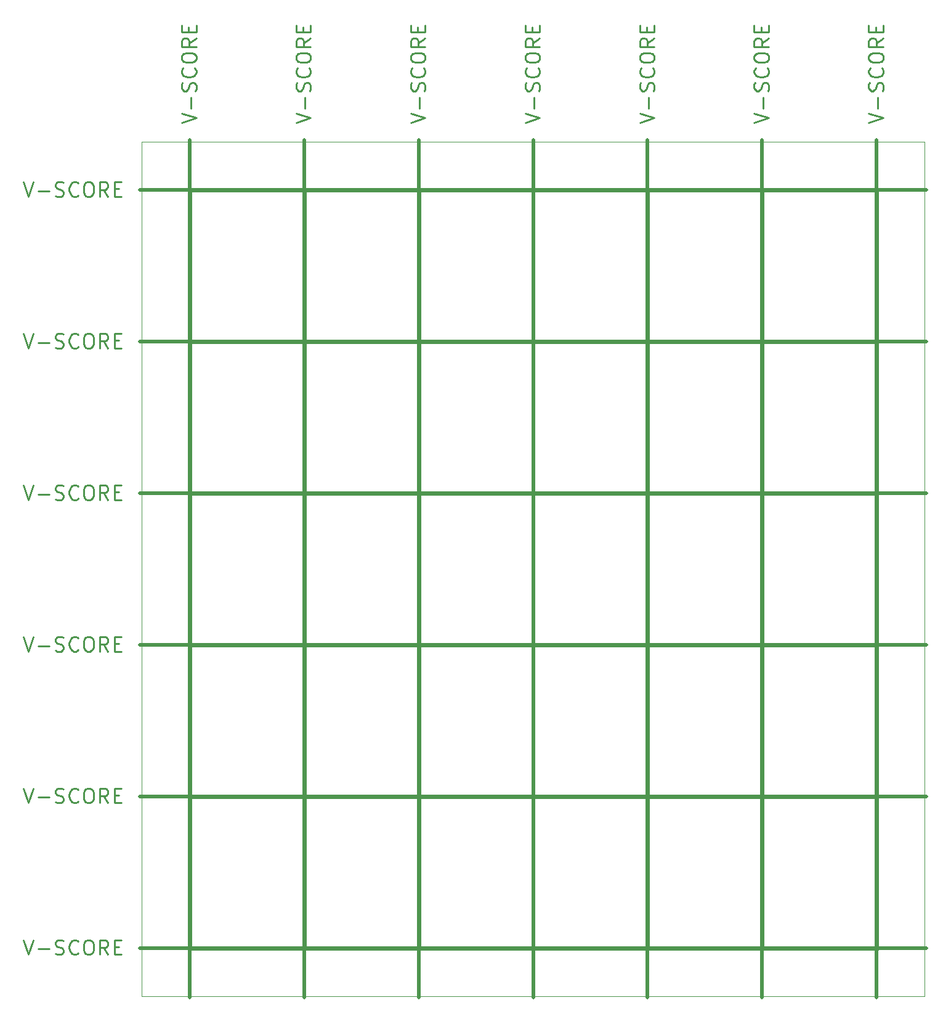
<source format=gko>
%TF.GenerationSoftware,KiCad,Pcbnew,7.0.10*%
%TF.CreationDate,2024-02-23T15:38:17-07:00*%
%TF.ProjectId,SparkFun_Stepper_Motor_Breakout_TC78H670FTG_panelized,53706172-6b46-4756-9e5f-537465707065,rev?*%
%TF.SameCoordinates,Original*%
%TF.FileFunction,Soldermask,Bot*%
%TF.FilePolarity,Negative*%
%FSLAX46Y46*%
G04 Gerber Fmt 4.6, Leading zero omitted, Abs format (unit mm)*
G04 Created by KiCad (PCBNEW 7.0.10) date 2024-02-23 15:38:17*
%MOMM*%
%LPD*%
G01*
G04 APERTURE LIST*
%TA.AperFunction,Profile*%
%ADD10C,0.100000*%
%TD*%
%ADD11C,0.500000*%
%ADD12C,0.250000*%
G04 APERTURE END LIST*
D10*
X197580000Y-10700000D02*
X212820000Y-10700000D01*
X212820000Y-31020000D01*
X197580000Y-31020000D01*
X197580000Y-10700000D01*
X197580000Y-73160000D02*
X212820000Y-73160000D01*
X212820000Y-93480000D01*
X197580000Y-93480000D01*
X197580000Y-73160000D01*
X150360000Y-52340000D02*
X165600000Y-52340000D01*
X165600000Y-72660000D01*
X150360000Y-72660000D01*
X150360000Y-52340000D01*
X181840000Y-93980000D02*
X197080000Y-93980000D01*
X197080000Y-114300000D01*
X181840000Y-114300000D01*
X181840000Y-93980000D01*
X197580000Y-52340000D02*
X212820000Y-52340000D01*
X212820000Y-72660000D01*
X197580000Y-72660000D01*
X197580000Y-52340000D01*
X127770000Y-121150000D02*
X127770000Y-3850000D01*
X134620000Y-31520000D02*
X149860000Y-31520000D01*
X149860000Y-51840000D01*
X134620000Y-51840000D01*
X134620000Y-31520000D01*
X134620000Y-73160000D02*
X149860000Y-73160000D01*
X149860000Y-93480000D01*
X134620000Y-93480000D01*
X134620000Y-73160000D01*
X197580000Y-31520000D02*
X212820000Y-31520000D01*
X212820000Y-51840000D01*
X197580000Y-51840000D01*
X197580000Y-31520000D01*
X166100000Y-10700000D02*
X181340000Y-10700000D01*
X181340000Y-31020000D01*
X166100000Y-31020000D01*
X166100000Y-10700000D01*
X213320000Y-10700000D02*
X228560000Y-10700000D01*
X228560000Y-31020000D01*
X213320000Y-31020000D01*
X213320000Y-10700000D01*
X166100000Y-93980000D02*
X181340000Y-93980000D01*
X181340000Y-114300000D01*
X166100000Y-114300000D01*
X166100000Y-93980000D01*
X213320000Y-93980000D02*
X228560000Y-93980000D01*
X228560000Y-114300000D01*
X213320000Y-114300000D01*
X213320000Y-93980000D01*
X127770000Y-3850000D02*
X235410000Y-3850000D01*
X134620000Y-52340000D02*
X149860000Y-52340000D01*
X149860000Y-72660000D01*
X134620000Y-72660000D01*
X134620000Y-52340000D01*
X181840000Y-73160000D02*
X197080000Y-73160000D01*
X197080000Y-93480000D01*
X181840000Y-93480000D01*
X181840000Y-73160000D01*
X235410000Y-3850000D02*
X235410000Y-121150000D01*
X134620000Y-93980000D02*
X149860000Y-93980000D01*
X149860000Y-114300000D01*
X134620000Y-114300000D01*
X134620000Y-93980000D01*
X166100000Y-73160000D02*
X181340000Y-73160000D01*
X181340000Y-93480000D01*
X166100000Y-93480000D01*
X166100000Y-73160000D01*
X134120000Y-114800000D02*
X134120000Y-10200000D01*
X166100000Y-52340000D02*
X181340000Y-52340000D01*
X181340000Y-72660000D01*
X166100000Y-72660000D01*
X166100000Y-52340000D01*
X181840000Y-31520000D02*
X197080000Y-31520000D01*
X197080000Y-51840000D01*
X181840000Y-51840000D01*
X181840000Y-31520000D01*
X229060000Y-10200000D02*
X229060000Y-114800000D01*
X181840000Y-52340000D02*
X197080000Y-52340000D01*
X197080000Y-72660000D01*
X181840000Y-72660000D01*
X181840000Y-52340000D01*
X181840000Y-10700000D02*
X197080000Y-10700000D01*
X197080000Y-31020000D01*
X181840000Y-31020000D01*
X181840000Y-10700000D01*
X213320000Y-31520000D02*
X228560000Y-31520000D01*
X228560000Y-51840000D01*
X213320000Y-51840000D01*
X213320000Y-31520000D01*
X150360000Y-93980000D02*
X165600000Y-93980000D01*
X165600000Y-114300000D01*
X150360000Y-114300000D01*
X150360000Y-93980000D01*
X197580000Y-93980000D02*
X212820000Y-93980000D01*
X212820000Y-114300000D01*
X197580000Y-114300000D01*
X197580000Y-93980000D01*
X134120000Y-10200000D02*
X229060000Y-10200000D01*
X150360000Y-10700000D02*
X165600000Y-10700000D01*
X165600000Y-31020000D01*
X150360000Y-31020000D01*
X150360000Y-10700000D01*
X213320000Y-52340000D02*
X228560000Y-52340000D01*
X228560000Y-72660000D01*
X213320000Y-72660000D01*
X213320000Y-52340000D01*
X150360000Y-31520000D02*
X165600000Y-31520000D01*
X165600000Y-51840000D01*
X150360000Y-51840000D01*
X150360000Y-31520000D01*
X166100000Y-31520000D02*
X181340000Y-31520000D01*
X181340000Y-51840000D01*
X166100000Y-51840000D01*
X166100000Y-31520000D01*
X229060000Y-114800000D02*
X134120000Y-114800000D01*
X213320000Y-73160000D02*
X228560000Y-73160000D01*
X228560000Y-93480000D01*
X213320000Y-93480000D01*
X213320000Y-73160000D01*
X134620000Y-10700000D02*
X149860000Y-10700000D01*
X149860000Y-31020000D01*
X134620000Y-31020000D01*
X134620000Y-10700000D01*
X150360000Y-73160000D02*
X165600000Y-73160000D01*
X165600000Y-93480000D01*
X150360000Y-93480000D01*
X150360000Y-73160000D01*
X235410000Y-121150000D02*
X127770000Y-121150000D01*
D11*
X127520000Y-114550000D02*
X235660000Y-114550000D01*
X165850000Y-3600000D02*
X165850000Y-121400000D01*
X228810000Y-3600000D02*
X228810000Y-121400000D01*
X127520000Y-93730000D02*
X235660000Y-93730000D01*
X197330000Y-3600000D02*
X197330000Y-121400000D01*
X127520000Y-31270000D02*
X235660000Y-31270000D01*
X213070000Y-3600000D02*
X213070000Y-121400000D01*
X150110000Y-3600000D02*
X150110000Y-121400000D01*
X127520000Y-72910000D02*
X235660000Y-72910000D01*
X127520000Y-52090000D02*
X235660000Y-52090000D01*
X181590000Y-3600000D02*
X181590000Y-121400000D01*
X134370000Y-3600000D02*
X134370000Y-121400000D01*
X127520000Y-10450000D02*
X235660000Y-10450000D01*
D12*
X111546003Y-113462238D02*
X112212669Y-115462238D01*
X112212669Y-115462238D02*
X112879336Y-113462238D01*
X113546003Y-114700333D02*
X115069813Y-114700333D01*
X115926955Y-115367000D02*
X116212669Y-115462238D01*
X116212669Y-115462238D02*
X116688860Y-115462238D01*
X116688860Y-115462238D02*
X116879336Y-115367000D01*
X116879336Y-115367000D02*
X116974574Y-115271761D01*
X116974574Y-115271761D02*
X117069812Y-115081285D01*
X117069812Y-115081285D02*
X117069812Y-114890809D01*
X117069812Y-114890809D02*
X116974574Y-114700333D01*
X116974574Y-114700333D02*
X116879336Y-114605095D01*
X116879336Y-114605095D02*
X116688860Y-114509857D01*
X116688860Y-114509857D02*
X116307907Y-114414619D01*
X116307907Y-114414619D02*
X116117431Y-114319380D01*
X116117431Y-114319380D02*
X116022193Y-114224142D01*
X116022193Y-114224142D02*
X115926955Y-114033666D01*
X115926955Y-114033666D02*
X115926955Y-113843190D01*
X115926955Y-113843190D02*
X116022193Y-113652714D01*
X116022193Y-113652714D02*
X116117431Y-113557476D01*
X116117431Y-113557476D02*
X116307907Y-113462238D01*
X116307907Y-113462238D02*
X116784098Y-113462238D01*
X116784098Y-113462238D02*
X117069812Y-113557476D01*
X119069812Y-115271761D02*
X118974574Y-115367000D01*
X118974574Y-115367000D02*
X118688860Y-115462238D01*
X118688860Y-115462238D02*
X118498384Y-115462238D01*
X118498384Y-115462238D02*
X118212669Y-115367000D01*
X118212669Y-115367000D02*
X118022193Y-115176523D01*
X118022193Y-115176523D02*
X117926955Y-114986047D01*
X117926955Y-114986047D02*
X117831717Y-114605095D01*
X117831717Y-114605095D02*
X117831717Y-114319380D01*
X117831717Y-114319380D02*
X117926955Y-113938428D01*
X117926955Y-113938428D02*
X118022193Y-113747952D01*
X118022193Y-113747952D02*
X118212669Y-113557476D01*
X118212669Y-113557476D02*
X118498384Y-113462238D01*
X118498384Y-113462238D02*
X118688860Y-113462238D01*
X118688860Y-113462238D02*
X118974574Y-113557476D01*
X118974574Y-113557476D02*
X119069812Y-113652714D01*
X120307907Y-113462238D02*
X120688860Y-113462238D01*
X120688860Y-113462238D02*
X120879336Y-113557476D01*
X120879336Y-113557476D02*
X121069812Y-113747952D01*
X121069812Y-113747952D02*
X121165050Y-114128904D01*
X121165050Y-114128904D02*
X121165050Y-114795571D01*
X121165050Y-114795571D02*
X121069812Y-115176523D01*
X121069812Y-115176523D02*
X120879336Y-115367000D01*
X120879336Y-115367000D02*
X120688860Y-115462238D01*
X120688860Y-115462238D02*
X120307907Y-115462238D01*
X120307907Y-115462238D02*
X120117431Y-115367000D01*
X120117431Y-115367000D02*
X119926955Y-115176523D01*
X119926955Y-115176523D02*
X119831717Y-114795571D01*
X119831717Y-114795571D02*
X119831717Y-114128904D01*
X119831717Y-114128904D02*
X119926955Y-113747952D01*
X119926955Y-113747952D02*
X120117431Y-113557476D01*
X120117431Y-113557476D02*
X120307907Y-113462238D01*
X123165050Y-115462238D02*
X122498383Y-114509857D01*
X122022193Y-115462238D02*
X122022193Y-113462238D01*
X122022193Y-113462238D02*
X122784098Y-113462238D01*
X122784098Y-113462238D02*
X122974574Y-113557476D01*
X122974574Y-113557476D02*
X123069812Y-113652714D01*
X123069812Y-113652714D02*
X123165050Y-113843190D01*
X123165050Y-113843190D02*
X123165050Y-114128904D01*
X123165050Y-114128904D02*
X123069812Y-114319380D01*
X123069812Y-114319380D02*
X122974574Y-114414619D01*
X122974574Y-114414619D02*
X122784098Y-114509857D01*
X122784098Y-114509857D02*
X122022193Y-114509857D01*
X124022193Y-114414619D02*
X124688860Y-114414619D01*
X124974574Y-115462238D02*
X124022193Y-115462238D01*
X124022193Y-115462238D02*
X124022193Y-113462238D01*
X124022193Y-113462238D02*
X124974574Y-113462238D01*
X111546003Y-9362238D02*
X112212669Y-11362238D01*
X112212669Y-11362238D02*
X112879336Y-9362238D01*
X113546003Y-10600333D02*
X115069813Y-10600333D01*
X115926955Y-11267000D02*
X116212669Y-11362238D01*
X116212669Y-11362238D02*
X116688860Y-11362238D01*
X116688860Y-11362238D02*
X116879336Y-11267000D01*
X116879336Y-11267000D02*
X116974574Y-11171761D01*
X116974574Y-11171761D02*
X117069812Y-10981285D01*
X117069812Y-10981285D02*
X117069812Y-10790809D01*
X117069812Y-10790809D02*
X116974574Y-10600333D01*
X116974574Y-10600333D02*
X116879336Y-10505095D01*
X116879336Y-10505095D02*
X116688860Y-10409857D01*
X116688860Y-10409857D02*
X116307907Y-10314619D01*
X116307907Y-10314619D02*
X116117431Y-10219380D01*
X116117431Y-10219380D02*
X116022193Y-10124142D01*
X116022193Y-10124142D02*
X115926955Y-9933666D01*
X115926955Y-9933666D02*
X115926955Y-9743190D01*
X115926955Y-9743190D02*
X116022193Y-9552714D01*
X116022193Y-9552714D02*
X116117431Y-9457476D01*
X116117431Y-9457476D02*
X116307907Y-9362238D01*
X116307907Y-9362238D02*
X116784098Y-9362238D01*
X116784098Y-9362238D02*
X117069812Y-9457476D01*
X119069812Y-11171761D02*
X118974574Y-11267000D01*
X118974574Y-11267000D02*
X118688860Y-11362238D01*
X118688860Y-11362238D02*
X118498384Y-11362238D01*
X118498384Y-11362238D02*
X118212669Y-11267000D01*
X118212669Y-11267000D02*
X118022193Y-11076523D01*
X118022193Y-11076523D02*
X117926955Y-10886047D01*
X117926955Y-10886047D02*
X117831717Y-10505095D01*
X117831717Y-10505095D02*
X117831717Y-10219380D01*
X117831717Y-10219380D02*
X117926955Y-9838428D01*
X117926955Y-9838428D02*
X118022193Y-9647952D01*
X118022193Y-9647952D02*
X118212669Y-9457476D01*
X118212669Y-9457476D02*
X118498384Y-9362238D01*
X118498384Y-9362238D02*
X118688860Y-9362238D01*
X118688860Y-9362238D02*
X118974574Y-9457476D01*
X118974574Y-9457476D02*
X119069812Y-9552714D01*
X120307907Y-9362238D02*
X120688860Y-9362238D01*
X120688860Y-9362238D02*
X120879336Y-9457476D01*
X120879336Y-9457476D02*
X121069812Y-9647952D01*
X121069812Y-9647952D02*
X121165050Y-10028904D01*
X121165050Y-10028904D02*
X121165050Y-10695571D01*
X121165050Y-10695571D02*
X121069812Y-11076523D01*
X121069812Y-11076523D02*
X120879336Y-11267000D01*
X120879336Y-11267000D02*
X120688860Y-11362238D01*
X120688860Y-11362238D02*
X120307907Y-11362238D01*
X120307907Y-11362238D02*
X120117431Y-11267000D01*
X120117431Y-11267000D02*
X119926955Y-11076523D01*
X119926955Y-11076523D02*
X119831717Y-10695571D01*
X119831717Y-10695571D02*
X119831717Y-10028904D01*
X119831717Y-10028904D02*
X119926955Y-9647952D01*
X119926955Y-9647952D02*
X120117431Y-9457476D01*
X120117431Y-9457476D02*
X120307907Y-9362238D01*
X123165050Y-11362238D02*
X122498383Y-10409857D01*
X122022193Y-11362238D02*
X122022193Y-9362238D01*
X122022193Y-9362238D02*
X122784098Y-9362238D01*
X122784098Y-9362238D02*
X122974574Y-9457476D01*
X122974574Y-9457476D02*
X123069812Y-9552714D01*
X123069812Y-9552714D02*
X123165050Y-9743190D01*
X123165050Y-9743190D02*
X123165050Y-10028904D01*
X123165050Y-10028904D02*
X123069812Y-10219380D01*
X123069812Y-10219380D02*
X122974574Y-10314619D01*
X122974574Y-10314619D02*
X122784098Y-10409857D01*
X122784098Y-10409857D02*
X122022193Y-10409857D01*
X124022193Y-10314619D02*
X124688860Y-10314619D01*
X124974574Y-11362238D02*
X124022193Y-11362238D01*
X124022193Y-11362238D02*
X124022193Y-9362238D01*
X124022193Y-9362238D02*
X124974574Y-9362238D01*
X180502238Y-1245050D02*
X182502238Y-578384D01*
X182502238Y-578384D02*
X180502238Y88282D01*
X181740333Y754949D02*
X181740333Y2278759D01*
X182407000Y3135901D02*
X182502238Y3421615D01*
X182502238Y3421615D02*
X182502238Y3897806D01*
X182502238Y3897806D02*
X182407000Y4088282D01*
X182407000Y4088282D02*
X182311761Y4183520D01*
X182311761Y4183520D02*
X182121285Y4278758D01*
X182121285Y4278758D02*
X181930809Y4278758D01*
X181930809Y4278758D02*
X181740333Y4183520D01*
X181740333Y4183520D02*
X181645095Y4088282D01*
X181645095Y4088282D02*
X181549857Y3897806D01*
X181549857Y3897806D02*
X181454619Y3516853D01*
X181454619Y3516853D02*
X181359380Y3326377D01*
X181359380Y3326377D02*
X181264142Y3231139D01*
X181264142Y3231139D02*
X181073666Y3135901D01*
X181073666Y3135901D02*
X180883190Y3135901D01*
X180883190Y3135901D02*
X180692714Y3231139D01*
X180692714Y3231139D02*
X180597476Y3326377D01*
X180597476Y3326377D02*
X180502238Y3516853D01*
X180502238Y3516853D02*
X180502238Y3993044D01*
X180502238Y3993044D02*
X180597476Y4278758D01*
X182311761Y6278758D02*
X182407000Y6183520D01*
X182407000Y6183520D02*
X182502238Y5897806D01*
X182502238Y5897806D02*
X182502238Y5707330D01*
X182502238Y5707330D02*
X182407000Y5421615D01*
X182407000Y5421615D02*
X182216523Y5231139D01*
X182216523Y5231139D02*
X182026047Y5135901D01*
X182026047Y5135901D02*
X181645095Y5040663D01*
X181645095Y5040663D02*
X181359380Y5040663D01*
X181359380Y5040663D02*
X180978428Y5135901D01*
X180978428Y5135901D02*
X180787952Y5231139D01*
X180787952Y5231139D02*
X180597476Y5421615D01*
X180597476Y5421615D02*
X180502238Y5707330D01*
X180502238Y5707330D02*
X180502238Y5897806D01*
X180502238Y5897806D02*
X180597476Y6183520D01*
X180597476Y6183520D02*
X180692714Y6278758D01*
X180502238Y7516853D02*
X180502238Y7897806D01*
X180502238Y7897806D02*
X180597476Y8088282D01*
X180597476Y8088282D02*
X180787952Y8278758D01*
X180787952Y8278758D02*
X181168904Y8373996D01*
X181168904Y8373996D02*
X181835571Y8373996D01*
X181835571Y8373996D02*
X182216523Y8278758D01*
X182216523Y8278758D02*
X182407000Y8088282D01*
X182407000Y8088282D02*
X182502238Y7897806D01*
X182502238Y7897806D02*
X182502238Y7516853D01*
X182502238Y7516853D02*
X182407000Y7326377D01*
X182407000Y7326377D02*
X182216523Y7135901D01*
X182216523Y7135901D02*
X181835571Y7040663D01*
X181835571Y7040663D02*
X181168904Y7040663D01*
X181168904Y7040663D02*
X180787952Y7135901D01*
X180787952Y7135901D02*
X180597476Y7326377D01*
X180597476Y7326377D02*
X180502238Y7516853D01*
X182502238Y10373996D02*
X181549857Y9707329D01*
X182502238Y9231139D02*
X180502238Y9231139D01*
X180502238Y9231139D02*
X180502238Y9993044D01*
X180502238Y9993044D02*
X180597476Y10183520D01*
X180597476Y10183520D02*
X180692714Y10278758D01*
X180692714Y10278758D02*
X180883190Y10373996D01*
X180883190Y10373996D02*
X181168904Y10373996D01*
X181168904Y10373996D02*
X181359380Y10278758D01*
X181359380Y10278758D02*
X181454619Y10183520D01*
X181454619Y10183520D02*
X181549857Y9993044D01*
X181549857Y9993044D02*
X181549857Y9231139D01*
X181454619Y11231139D02*
X181454619Y11897806D01*
X182502238Y12183520D02*
X182502238Y11231139D01*
X182502238Y11231139D02*
X180502238Y11231139D01*
X180502238Y11231139D02*
X180502238Y12183520D01*
X111546003Y-51002238D02*
X112212669Y-53002238D01*
X112212669Y-53002238D02*
X112879336Y-51002238D01*
X113546003Y-52240333D02*
X115069813Y-52240333D01*
X115926955Y-52907000D02*
X116212669Y-53002238D01*
X116212669Y-53002238D02*
X116688860Y-53002238D01*
X116688860Y-53002238D02*
X116879336Y-52907000D01*
X116879336Y-52907000D02*
X116974574Y-52811761D01*
X116974574Y-52811761D02*
X117069812Y-52621285D01*
X117069812Y-52621285D02*
X117069812Y-52430809D01*
X117069812Y-52430809D02*
X116974574Y-52240333D01*
X116974574Y-52240333D02*
X116879336Y-52145095D01*
X116879336Y-52145095D02*
X116688860Y-52049857D01*
X116688860Y-52049857D02*
X116307907Y-51954619D01*
X116307907Y-51954619D02*
X116117431Y-51859380D01*
X116117431Y-51859380D02*
X116022193Y-51764142D01*
X116022193Y-51764142D02*
X115926955Y-51573666D01*
X115926955Y-51573666D02*
X115926955Y-51383190D01*
X115926955Y-51383190D02*
X116022193Y-51192714D01*
X116022193Y-51192714D02*
X116117431Y-51097476D01*
X116117431Y-51097476D02*
X116307907Y-51002238D01*
X116307907Y-51002238D02*
X116784098Y-51002238D01*
X116784098Y-51002238D02*
X117069812Y-51097476D01*
X119069812Y-52811761D02*
X118974574Y-52907000D01*
X118974574Y-52907000D02*
X118688860Y-53002238D01*
X118688860Y-53002238D02*
X118498384Y-53002238D01*
X118498384Y-53002238D02*
X118212669Y-52907000D01*
X118212669Y-52907000D02*
X118022193Y-52716523D01*
X118022193Y-52716523D02*
X117926955Y-52526047D01*
X117926955Y-52526047D02*
X117831717Y-52145095D01*
X117831717Y-52145095D02*
X117831717Y-51859380D01*
X117831717Y-51859380D02*
X117926955Y-51478428D01*
X117926955Y-51478428D02*
X118022193Y-51287952D01*
X118022193Y-51287952D02*
X118212669Y-51097476D01*
X118212669Y-51097476D02*
X118498384Y-51002238D01*
X118498384Y-51002238D02*
X118688860Y-51002238D01*
X118688860Y-51002238D02*
X118974574Y-51097476D01*
X118974574Y-51097476D02*
X119069812Y-51192714D01*
X120307907Y-51002238D02*
X120688860Y-51002238D01*
X120688860Y-51002238D02*
X120879336Y-51097476D01*
X120879336Y-51097476D02*
X121069812Y-51287952D01*
X121069812Y-51287952D02*
X121165050Y-51668904D01*
X121165050Y-51668904D02*
X121165050Y-52335571D01*
X121165050Y-52335571D02*
X121069812Y-52716523D01*
X121069812Y-52716523D02*
X120879336Y-52907000D01*
X120879336Y-52907000D02*
X120688860Y-53002238D01*
X120688860Y-53002238D02*
X120307907Y-53002238D01*
X120307907Y-53002238D02*
X120117431Y-52907000D01*
X120117431Y-52907000D02*
X119926955Y-52716523D01*
X119926955Y-52716523D02*
X119831717Y-52335571D01*
X119831717Y-52335571D02*
X119831717Y-51668904D01*
X119831717Y-51668904D02*
X119926955Y-51287952D01*
X119926955Y-51287952D02*
X120117431Y-51097476D01*
X120117431Y-51097476D02*
X120307907Y-51002238D01*
X123165050Y-53002238D02*
X122498383Y-52049857D01*
X122022193Y-53002238D02*
X122022193Y-51002238D01*
X122022193Y-51002238D02*
X122784098Y-51002238D01*
X122784098Y-51002238D02*
X122974574Y-51097476D01*
X122974574Y-51097476D02*
X123069812Y-51192714D01*
X123069812Y-51192714D02*
X123165050Y-51383190D01*
X123165050Y-51383190D02*
X123165050Y-51668904D01*
X123165050Y-51668904D02*
X123069812Y-51859380D01*
X123069812Y-51859380D02*
X122974574Y-51954619D01*
X122974574Y-51954619D02*
X122784098Y-52049857D01*
X122784098Y-52049857D02*
X122022193Y-52049857D01*
X124022193Y-51954619D02*
X124688860Y-51954619D01*
X124974574Y-53002238D02*
X124022193Y-53002238D01*
X124022193Y-53002238D02*
X124022193Y-51002238D01*
X124022193Y-51002238D02*
X124974574Y-51002238D01*
X149022238Y-1245050D02*
X151022238Y-578384D01*
X151022238Y-578384D02*
X149022238Y88282D01*
X150260333Y754949D02*
X150260333Y2278759D01*
X150927000Y3135901D02*
X151022238Y3421615D01*
X151022238Y3421615D02*
X151022238Y3897806D01*
X151022238Y3897806D02*
X150927000Y4088282D01*
X150927000Y4088282D02*
X150831761Y4183520D01*
X150831761Y4183520D02*
X150641285Y4278758D01*
X150641285Y4278758D02*
X150450809Y4278758D01*
X150450809Y4278758D02*
X150260333Y4183520D01*
X150260333Y4183520D02*
X150165095Y4088282D01*
X150165095Y4088282D02*
X150069857Y3897806D01*
X150069857Y3897806D02*
X149974619Y3516853D01*
X149974619Y3516853D02*
X149879380Y3326377D01*
X149879380Y3326377D02*
X149784142Y3231139D01*
X149784142Y3231139D02*
X149593666Y3135901D01*
X149593666Y3135901D02*
X149403190Y3135901D01*
X149403190Y3135901D02*
X149212714Y3231139D01*
X149212714Y3231139D02*
X149117476Y3326377D01*
X149117476Y3326377D02*
X149022238Y3516853D01*
X149022238Y3516853D02*
X149022238Y3993044D01*
X149022238Y3993044D02*
X149117476Y4278758D01*
X150831761Y6278758D02*
X150927000Y6183520D01*
X150927000Y6183520D02*
X151022238Y5897806D01*
X151022238Y5897806D02*
X151022238Y5707330D01*
X151022238Y5707330D02*
X150927000Y5421615D01*
X150927000Y5421615D02*
X150736523Y5231139D01*
X150736523Y5231139D02*
X150546047Y5135901D01*
X150546047Y5135901D02*
X150165095Y5040663D01*
X150165095Y5040663D02*
X149879380Y5040663D01*
X149879380Y5040663D02*
X149498428Y5135901D01*
X149498428Y5135901D02*
X149307952Y5231139D01*
X149307952Y5231139D02*
X149117476Y5421615D01*
X149117476Y5421615D02*
X149022238Y5707330D01*
X149022238Y5707330D02*
X149022238Y5897806D01*
X149022238Y5897806D02*
X149117476Y6183520D01*
X149117476Y6183520D02*
X149212714Y6278758D01*
X149022238Y7516853D02*
X149022238Y7897806D01*
X149022238Y7897806D02*
X149117476Y8088282D01*
X149117476Y8088282D02*
X149307952Y8278758D01*
X149307952Y8278758D02*
X149688904Y8373996D01*
X149688904Y8373996D02*
X150355571Y8373996D01*
X150355571Y8373996D02*
X150736523Y8278758D01*
X150736523Y8278758D02*
X150927000Y8088282D01*
X150927000Y8088282D02*
X151022238Y7897806D01*
X151022238Y7897806D02*
X151022238Y7516853D01*
X151022238Y7516853D02*
X150927000Y7326377D01*
X150927000Y7326377D02*
X150736523Y7135901D01*
X150736523Y7135901D02*
X150355571Y7040663D01*
X150355571Y7040663D02*
X149688904Y7040663D01*
X149688904Y7040663D02*
X149307952Y7135901D01*
X149307952Y7135901D02*
X149117476Y7326377D01*
X149117476Y7326377D02*
X149022238Y7516853D01*
X151022238Y10373996D02*
X150069857Y9707329D01*
X151022238Y9231139D02*
X149022238Y9231139D01*
X149022238Y9231139D02*
X149022238Y9993044D01*
X149022238Y9993044D02*
X149117476Y10183520D01*
X149117476Y10183520D02*
X149212714Y10278758D01*
X149212714Y10278758D02*
X149403190Y10373996D01*
X149403190Y10373996D02*
X149688904Y10373996D01*
X149688904Y10373996D02*
X149879380Y10278758D01*
X149879380Y10278758D02*
X149974619Y10183520D01*
X149974619Y10183520D02*
X150069857Y9993044D01*
X150069857Y9993044D02*
X150069857Y9231139D01*
X149974619Y11231139D02*
X149974619Y11897806D01*
X151022238Y12183520D02*
X151022238Y11231139D01*
X151022238Y11231139D02*
X149022238Y11231139D01*
X149022238Y11231139D02*
X149022238Y12183520D01*
X211982238Y-1245050D02*
X213982238Y-578384D01*
X213982238Y-578384D02*
X211982238Y88282D01*
X213220333Y754949D02*
X213220333Y2278759D01*
X213887000Y3135901D02*
X213982238Y3421615D01*
X213982238Y3421615D02*
X213982238Y3897806D01*
X213982238Y3897806D02*
X213887000Y4088282D01*
X213887000Y4088282D02*
X213791761Y4183520D01*
X213791761Y4183520D02*
X213601285Y4278758D01*
X213601285Y4278758D02*
X213410809Y4278758D01*
X213410809Y4278758D02*
X213220333Y4183520D01*
X213220333Y4183520D02*
X213125095Y4088282D01*
X213125095Y4088282D02*
X213029857Y3897806D01*
X213029857Y3897806D02*
X212934619Y3516853D01*
X212934619Y3516853D02*
X212839380Y3326377D01*
X212839380Y3326377D02*
X212744142Y3231139D01*
X212744142Y3231139D02*
X212553666Y3135901D01*
X212553666Y3135901D02*
X212363190Y3135901D01*
X212363190Y3135901D02*
X212172714Y3231139D01*
X212172714Y3231139D02*
X212077476Y3326377D01*
X212077476Y3326377D02*
X211982238Y3516853D01*
X211982238Y3516853D02*
X211982238Y3993044D01*
X211982238Y3993044D02*
X212077476Y4278758D01*
X213791761Y6278758D02*
X213887000Y6183520D01*
X213887000Y6183520D02*
X213982238Y5897806D01*
X213982238Y5897806D02*
X213982238Y5707330D01*
X213982238Y5707330D02*
X213887000Y5421615D01*
X213887000Y5421615D02*
X213696523Y5231139D01*
X213696523Y5231139D02*
X213506047Y5135901D01*
X213506047Y5135901D02*
X213125095Y5040663D01*
X213125095Y5040663D02*
X212839380Y5040663D01*
X212839380Y5040663D02*
X212458428Y5135901D01*
X212458428Y5135901D02*
X212267952Y5231139D01*
X212267952Y5231139D02*
X212077476Y5421615D01*
X212077476Y5421615D02*
X211982238Y5707330D01*
X211982238Y5707330D02*
X211982238Y5897806D01*
X211982238Y5897806D02*
X212077476Y6183520D01*
X212077476Y6183520D02*
X212172714Y6278758D01*
X211982238Y7516853D02*
X211982238Y7897806D01*
X211982238Y7897806D02*
X212077476Y8088282D01*
X212077476Y8088282D02*
X212267952Y8278758D01*
X212267952Y8278758D02*
X212648904Y8373996D01*
X212648904Y8373996D02*
X213315571Y8373996D01*
X213315571Y8373996D02*
X213696523Y8278758D01*
X213696523Y8278758D02*
X213887000Y8088282D01*
X213887000Y8088282D02*
X213982238Y7897806D01*
X213982238Y7897806D02*
X213982238Y7516853D01*
X213982238Y7516853D02*
X213887000Y7326377D01*
X213887000Y7326377D02*
X213696523Y7135901D01*
X213696523Y7135901D02*
X213315571Y7040663D01*
X213315571Y7040663D02*
X212648904Y7040663D01*
X212648904Y7040663D02*
X212267952Y7135901D01*
X212267952Y7135901D02*
X212077476Y7326377D01*
X212077476Y7326377D02*
X211982238Y7516853D01*
X213982238Y10373996D02*
X213029857Y9707329D01*
X213982238Y9231139D02*
X211982238Y9231139D01*
X211982238Y9231139D02*
X211982238Y9993044D01*
X211982238Y9993044D02*
X212077476Y10183520D01*
X212077476Y10183520D02*
X212172714Y10278758D01*
X212172714Y10278758D02*
X212363190Y10373996D01*
X212363190Y10373996D02*
X212648904Y10373996D01*
X212648904Y10373996D02*
X212839380Y10278758D01*
X212839380Y10278758D02*
X212934619Y10183520D01*
X212934619Y10183520D02*
X213029857Y9993044D01*
X213029857Y9993044D02*
X213029857Y9231139D01*
X212934619Y11231139D02*
X212934619Y11897806D01*
X213982238Y12183520D02*
X213982238Y11231139D01*
X213982238Y11231139D02*
X211982238Y11231139D01*
X211982238Y11231139D02*
X211982238Y12183520D01*
X164762238Y-1245050D02*
X166762238Y-578384D01*
X166762238Y-578384D02*
X164762238Y88282D01*
X166000333Y754949D02*
X166000333Y2278759D01*
X166667000Y3135901D02*
X166762238Y3421615D01*
X166762238Y3421615D02*
X166762238Y3897806D01*
X166762238Y3897806D02*
X166667000Y4088282D01*
X166667000Y4088282D02*
X166571761Y4183520D01*
X166571761Y4183520D02*
X166381285Y4278758D01*
X166381285Y4278758D02*
X166190809Y4278758D01*
X166190809Y4278758D02*
X166000333Y4183520D01*
X166000333Y4183520D02*
X165905095Y4088282D01*
X165905095Y4088282D02*
X165809857Y3897806D01*
X165809857Y3897806D02*
X165714619Y3516853D01*
X165714619Y3516853D02*
X165619380Y3326377D01*
X165619380Y3326377D02*
X165524142Y3231139D01*
X165524142Y3231139D02*
X165333666Y3135901D01*
X165333666Y3135901D02*
X165143190Y3135901D01*
X165143190Y3135901D02*
X164952714Y3231139D01*
X164952714Y3231139D02*
X164857476Y3326377D01*
X164857476Y3326377D02*
X164762238Y3516853D01*
X164762238Y3516853D02*
X164762238Y3993044D01*
X164762238Y3993044D02*
X164857476Y4278758D01*
X166571761Y6278758D02*
X166667000Y6183520D01*
X166667000Y6183520D02*
X166762238Y5897806D01*
X166762238Y5897806D02*
X166762238Y5707330D01*
X166762238Y5707330D02*
X166667000Y5421615D01*
X166667000Y5421615D02*
X166476523Y5231139D01*
X166476523Y5231139D02*
X166286047Y5135901D01*
X166286047Y5135901D02*
X165905095Y5040663D01*
X165905095Y5040663D02*
X165619380Y5040663D01*
X165619380Y5040663D02*
X165238428Y5135901D01*
X165238428Y5135901D02*
X165047952Y5231139D01*
X165047952Y5231139D02*
X164857476Y5421615D01*
X164857476Y5421615D02*
X164762238Y5707330D01*
X164762238Y5707330D02*
X164762238Y5897806D01*
X164762238Y5897806D02*
X164857476Y6183520D01*
X164857476Y6183520D02*
X164952714Y6278758D01*
X164762238Y7516853D02*
X164762238Y7897806D01*
X164762238Y7897806D02*
X164857476Y8088282D01*
X164857476Y8088282D02*
X165047952Y8278758D01*
X165047952Y8278758D02*
X165428904Y8373996D01*
X165428904Y8373996D02*
X166095571Y8373996D01*
X166095571Y8373996D02*
X166476523Y8278758D01*
X166476523Y8278758D02*
X166667000Y8088282D01*
X166667000Y8088282D02*
X166762238Y7897806D01*
X166762238Y7897806D02*
X166762238Y7516853D01*
X166762238Y7516853D02*
X166667000Y7326377D01*
X166667000Y7326377D02*
X166476523Y7135901D01*
X166476523Y7135901D02*
X166095571Y7040663D01*
X166095571Y7040663D02*
X165428904Y7040663D01*
X165428904Y7040663D02*
X165047952Y7135901D01*
X165047952Y7135901D02*
X164857476Y7326377D01*
X164857476Y7326377D02*
X164762238Y7516853D01*
X166762238Y10373996D02*
X165809857Y9707329D01*
X166762238Y9231139D02*
X164762238Y9231139D01*
X164762238Y9231139D02*
X164762238Y9993044D01*
X164762238Y9993044D02*
X164857476Y10183520D01*
X164857476Y10183520D02*
X164952714Y10278758D01*
X164952714Y10278758D02*
X165143190Y10373996D01*
X165143190Y10373996D02*
X165428904Y10373996D01*
X165428904Y10373996D02*
X165619380Y10278758D01*
X165619380Y10278758D02*
X165714619Y10183520D01*
X165714619Y10183520D02*
X165809857Y9993044D01*
X165809857Y9993044D02*
X165809857Y9231139D01*
X165714619Y11231139D02*
X165714619Y11897806D01*
X166762238Y12183520D02*
X166762238Y11231139D01*
X166762238Y11231139D02*
X164762238Y11231139D01*
X164762238Y11231139D02*
X164762238Y12183520D01*
X227722238Y-1245050D02*
X229722238Y-578384D01*
X229722238Y-578384D02*
X227722238Y88282D01*
X228960333Y754949D02*
X228960333Y2278759D01*
X229627000Y3135901D02*
X229722238Y3421615D01*
X229722238Y3421615D02*
X229722238Y3897806D01*
X229722238Y3897806D02*
X229627000Y4088282D01*
X229627000Y4088282D02*
X229531761Y4183520D01*
X229531761Y4183520D02*
X229341285Y4278758D01*
X229341285Y4278758D02*
X229150809Y4278758D01*
X229150809Y4278758D02*
X228960333Y4183520D01*
X228960333Y4183520D02*
X228865095Y4088282D01*
X228865095Y4088282D02*
X228769857Y3897806D01*
X228769857Y3897806D02*
X228674619Y3516853D01*
X228674619Y3516853D02*
X228579380Y3326377D01*
X228579380Y3326377D02*
X228484142Y3231139D01*
X228484142Y3231139D02*
X228293666Y3135901D01*
X228293666Y3135901D02*
X228103190Y3135901D01*
X228103190Y3135901D02*
X227912714Y3231139D01*
X227912714Y3231139D02*
X227817476Y3326377D01*
X227817476Y3326377D02*
X227722238Y3516853D01*
X227722238Y3516853D02*
X227722238Y3993044D01*
X227722238Y3993044D02*
X227817476Y4278758D01*
X229531761Y6278758D02*
X229627000Y6183520D01*
X229627000Y6183520D02*
X229722238Y5897806D01*
X229722238Y5897806D02*
X229722238Y5707330D01*
X229722238Y5707330D02*
X229627000Y5421615D01*
X229627000Y5421615D02*
X229436523Y5231139D01*
X229436523Y5231139D02*
X229246047Y5135901D01*
X229246047Y5135901D02*
X228865095Y5040663D01*
X228865095Y5040663D02*
X228579380Y5040663D01*
X228579380Y5040663D02*
X228198428Y5135901D01*
X228198428Y5135901D02*
X228007952Y5231139D01*
X228007952Y5231139D02*
X227817476Y5421615D01*
X227817476Y5421615D02*
X227722238Y5707330D01*
X227722238Y5707330D02*
X227722238Y5897806D01*
X227722238Y5897806D02*
X227817476Y6183520D01*
X227817476Y6183520D02*
X227912714Y6278758D01*
X227722238Y7516853D02*
X227722238Y7897806D01*
X227722238Y7897806D02*
X227817476Y8088282D01*
X227817476Y8088282D02*
X228007952Y8278758D01*
X228007952Y8278758D02*
X228388904Y8373996D01*
X228388904Y8373996D02*
X229055571Y8373996D01*
X229055571Y8373996D02*
X229436523Y8278758D01*
X229436523Y8278758D02*
X229627000Y8088282D01*
X229627000Y8088282D02*
X229722238Y7897806D01*
X229722238Y7897806D02*
X229722238Y7516853D01*
X229722238Y7516853D02*
X229627000Y7326377D01*
X229627000Y7326377D02*
X229436523Y7135901D01*
X229436523Y7135901D02*
X229055571Y7040663D01*
X229055571Y7040663D02*
X228388904Y7040663D01*
X228388904Y7040663D02*
X228007952Y7135901D01*
X228007952Y7135901D02*
X227817476Y7326377D01*
X227817476Y7326377D02*
X227722238Y7516853D01*
X229722238Y10373996D02*
X228769857Y9707329D01*
X229722238Y9231139D02*
X227722238Y9231139D01*
X227722238Y9231139D02*
X227722238Y9993044D01*
X227722238Y9993044D02*
X227817476Y10183520D01*
X227817476Y10183520D02*
X227912714Y10278758D01*
X227912714Y10278758D02*
X228103190Y10373996D01*
X228103190Y10373996D02*
X228388904Y10373996D01*
X228388904Y10373996D02*
X228579380Y10278758D01*
X228579380Y10278758D02*
X228674619Y10183520D01*
X228674619Y10183520D02*
X228769857Y9993044D01*
X228769857Y9993044D02*
X228769857Y9231139D01*
X228674619Y11231139D02*
X228674619Y11897806D01*
X229722238Y12183520D02*
X229722238Y11231139D01*
X229722238Y11231139D02*
X227722238Y11231139D01*
X227722238Y11231139D02*
X227722238Y12183520D01*
X111546003Y-71822238D02*
X112212669Y-73822238D01*
X112212669Y-73822238D02*
X112879336Y-71822238D01*
X113546003Y-73060333D02*
X115069813Y-73060333D01*
X115926955Y-73727000D02*
X116212669Y-73822238D01*
X116212669Y-73822238D02*
X116688860Y-73822238D01*
X116688860Y-73822238D02*
X116879336Y-73727000D01*
X116879336Y-73727000D02*
X116974574Y-73631761D01*
X116974574Y-73631761D02*
X117069812Y-73441285D01*
X117069812Y-73441285D02*
X117069812Y-73250809D01*
X117069812Y-73250809D02*
X116974574Y-73060333D01*
X116974574Y-73060333D02*
X116879336Y-72965095D01*
X116879336Y-72965095D02*
X116688860Y-72869857D01*
X116688860Y-72869857D02*
X116307907Y-72774619D01*
X116307907Y-72774619D02*
X116117431Y-72679380D01*
X116117431Y-72679380D02*
X116022193Y-72584142D01*
X116022193Y-72584142D02*
X115926955Y-72393666D01*
X115926955Y-72393666D02*
X115926955Y-72203190D01*
X115926955Y-72203190D02*
X116022193Y-72012714D01*
X116022193Y-72012714D02*
X116117431Y-71917476D01*
X116117431Y-71917476D02*
X116307907Y-71822238D01*
X116307907Y-71822238D02*
X116784098Y-71822238D01*
X116784098Y-71822238D02*
X117069812Y-71917476D01*
X119069812Y-73631761D02*
X118974574Y-73727000D01*
X118974574Y-73727000D02*
X118688860Y-73822238D01*
X118688860Y-73822238D02*
X118498384Y-73822238D01*
X118498384Y-73822238D02*
X118212669Y-73727000D01*
X118212669Y-73727000D02*
X118022193Y-73536523D01*
X118022193Y-73536523D02*
X117926955Y-73346047D01*
X117926955Y-73346047D02*
X117831717Y-72965095D01*
X117831717Y-72965095D02*
X117831717Y-72679380D01*
X117831717Y-72679380D02*
X117926955Y-72298428D01*
X117926955Y-72298428D02*
X118022193Y-72107952D01*
X118022193Y-72107952D02*
X118212669Y-71917476D01*
X118212669Y-71917476D02*
X118498384Y-71822238D01*
X118498384Y-71822238D02*
X118688860Y-71822238D01*
X118688860Y-71822238D02*
X118974574Y-71917476D01*
X118974574Y-71917476D02*
X119069812Y-72012714D01*
X120307907Y-71822238D02*
X120688860Y-71822238D01*
X120688860Y-71822238D02*
X120879336Y-71917476D01*
X120879336Y-71917476D02*
X121069812Y-72107952D01*
X121069812Y-72107952D02*
X121165050Y-72488904D01*
X121165050Y-72488904D02*
X121165050Y-73155571D01*
X121165050Y-73155571D02*
X121069812Y-73536523D01*
X121069812Y-73536523D02*
X120879336Y-73727000D01*
X120879336Y-73727000D02*
X120688860Y-73822238D01*
X120688860Y-73822238D02*
X120307907Y-73822238D01*
X120307907Y-73822238D02*
X120117431Y-73727000D01*
X120117431Y-73727000D02*
X119926955Y-73536523D01*
X119926955Y-73536523D02*
X119831717Y-73155571D01*
X119831717Y-73155571D02*
X119831717Y-72488904D01*
X119831717Y-72488904D02*
X119926955Y-72107952D01*
X119926955Y-72107952D02*
X120117431Y-71917476D01*
X120117431Y-71917476D02*
X120307907Y-71822238D01*
X123165050Y-73822238D02*
X122498383Y-72869857D01*
X122022193Y-73822238D02*
X122022193Y-71822238D01*
X122022193Y-71822238D02*
X122784098Y-71822238D01*
X122784098Y-71822238D02*
X122974574Y-71917476D01*
X122974574Y-71917476D02*
X123069812Y-72012714D01*
X123069812Y-72012714D02*
X123165050Y-72203190D01*
X123165050Y-72203190D02*
X123165050Y-72488904D01*
X123165050Y-72488904D02*
X123069812Y-72679380D01*
X123069812Y-72679380D02*
X122974574Y-72774619D01*
X122974574Y-72774619D02*
X122784098Y-72869857D01*
X122784098Y-72869857D02*
X122022193Y-72869857D01*
X124022193Y-72774619D02*
X124688860Y-72774619D01*
X124974574Y-73822238D02*
X124022193Y-73822238D01*
X124022193Y-73822238D02*
X124022193Y-71822238D01*
X124022193Y-71822238D02*
X124974574Y-71822238D01*
X133282238Y-1245050D02*
X135282238Y-578384D01*
X135282238Y-578384D02*
X133282238Y88282D01*
X134520333Y754949D02*
X134520333Y2278759D01*
X135187000Y3135901D02*
X135282238Y3421615D01*
X135282238Y3421615D02*
X135282238Y3897806D01*
X135282238Y3897806D02*
X135187000Y4088282D01*
X135187000Y4088282D02*
X135091761Y4183520D01*
X135091761Y4183520D02*
X134901285Y4278758D01*
X134901285Y4278758D02*
X134710809Y4278758D01*
X134710809Y4278758D02*
X134520333Y4183520D01*
X134520333Y4183520D02*
X134425095Y4088282D01*
X134425095Y4088282D02*
X134329857Y3897806D01*
X134329857Y3897806D02*
X134234619Y3516853D01*
X134234619Y3516853D02*
X134139380Y3326377D01*
X134139380Y3326377D02*
X134044142Y3231139D01*
X134044142Y3231139D02*
X133853666Y3135901D01*
X133853666Y3135901D02*
X133663190Y3135901D01*
X133663190Y3135901D02*
X133472714Y3231139D01*
X133472714Y3231139D02*
X133377476Y3326377D01*
X133377476Y3326377D02*
X133282238Y3516853D01*
X133282238Y3516853D02*
X133282238Y3993044D01*
X133282238Y3993044D02*
X133377476Y4278758D01*
X135091761Y6278758D02*
X135187000Y6183520D01*
X135187000Y6183520D02*
X135282238Y5897806D01*
X135282238Y5897806D02*
X135282238Y5707330D01*
X135282238Y5707330D02*
X135187000Y5421615D01*
X135187000Y5421615D02*
X134996523Y5231139D01*
X134996523Y5231139D02*
X134806047Y5135901D01*
X134806047Y5135901D02*
X134425095Y5040663D01*
X134425095Y5040663D02*
X134139380Y5040663D01*
X134139380Y5040663D02*
X133758428Y5135901D01*
X133758428Y5135901D02*
X133567952Y5231139D01*
X133567952Y5231139D02*
X133377476Y5421615D01*
X133377476Y5421615D02*
X133282238Y5707330D01*
X133282238Y5707330D02*
X133282238Y5897806D01*
X133282238Y5897806D02*
X133377476Y6183520D01*
X133377476Y6183520D02*
X133472714Y6278758D01*
X133282238Y7516853D02*
X133282238Y7897806D01*
X133282238Y7897806D02*
X133377476Y8088282D01*
X133377476Y8088282D02*
X133567952Y8278758D01*
X133567952Y8278758D02*
X133948904Y8373996D01*
X133948904Y8373996D02*
X134615571Y8373996D01*
X134615571Y8373996D02*
X134996523Y8278758D01*
X134996523Y8278758D02*
X135187000Y8088282D01*
X135187000Y8088282D02*
X135282238Y7897806D01*
X135282238Y7897806D02*
X135282238Y7516853D01*
X135282238Y7516853D02*
X135187000Y7326377D01*
X135187000Y7326377D02*
X134996523Y7135901D01*
X134996523Y7135901D02*
X134615571Y7040663D01*
X134615571Y7040663D02*
X133948904Y7040663D01*
X133948904Y7040663D02*
X133567952Y7135901D01*
X133567952Y7135901D02*
X133377476Y7326377D01*
X133377476Y7326377D02*
X133282238Y7516853D01*
X135282238Y10373996D02*
X134329857Y9707329D01*
X135282238Y9231139D02*
X133282238Y9231139D01*
X133282238Y9231139D02*
X133282238Y9993044D01*
X133282238Y9993044D02*
X133377476Y10183520D01*
X133377476Y10183520D02*
X133472714Y10278758D01*
X133472714Y10278758D02*
X133663190Y10373996D01*
X133663190Y10373996D02*
X133948904Y10373996D01*
X133948904Y10373996D02*
X134139380Y10278758D01*
X134139380Y10278758D02*
X134234619Y10183520D01*
X134234619Y10183520D02*
X134329857Y9993044D01*
X134329857Y9993044D02*
X134329857Y9231139D01*
X134234619Y11231139D02*
X134234619Y11897806D01*
X135282238Y12183520D02*
X135282238Y11231139D01*
X135282238Y11231139D02*
X133282238Y11231139D01*
X133282238Y11231139D02*
X133282238Y12183520D01*
X111546003Y-92642238D02*
X112212669Y-94642238D01*
X112212669Y-94642238D02*
X112879336Y-92642238D01*
X113546003Y-93880333D02*
X115069813Y-93880333D01*
X115926955Y-94547000D02*
X116212669Y-94642238D01*
X116212669Y-94642238D02*
X116688860Y-94642238D01*
X116688860Y-94642238D02*
X116879336Y-94547000D01*
X116879336Y-94547000D02*
X116974574Y-94451761D01*
X116974574Y-94451761D02*
X117069812Y-94261285D01*
X117069812Y-94261285D02*
X117069812Y-94070809D01*
X117069812Y-94070809D02*
X116974574Y-93880333D01*
X116974574Y-93880333D02*
X116879336Y-93785095D01*
X116879336Y-93785095D02*
X116688860Y-93689857D01*
X116688860Y-93689857D02*
X116307907Y-93594619D01*
X116307907Y-93594619D02*
X116117431Y-93499380D01*
X116117431Y-93499380D02*
X116022193Y-93404142D01*
X116022193Y-93404142D02*
X115926955Y-93213666D01*
X115926955Y-93213666D02*
X115926955Y-93023190D01*
X115926955Y-93023190D02*
X116022193Y-92832714D01*
X116022193Y-92832714D02*
X116117431Y-92737476D01*
X116117431Y-92737476D02*
X116307907Y-92642238D01*
X116307907Y-92642238D02*
X116784098Y-92642238D01*
X116784098Y-92642238D02*
X117069812Y-92737476D01*
X119069812Y-94451761D02*
X118974574Y-94547000D01*
X118974574Y-94547000D02*
X118688860Y-94642238D01*
X118688860Y-94642238D02*
X118498384Y-94642238D01*
X118498384Y-94642238D02*
X118212669Y-94547000D01*
X118212669Y-94547000D02*
X118022193Y-94356523D01*
X118022193Y-94356523D02*
X117926955Y-94166047D01*
X117926955Y-94166047D02*
X117831717Y-93785095D01*
X117831717Y-93785095D02*
X117831717Y-93499380D01*
X117831717Y-93499380D02*
X117926955Y-93118428D01*
X117926955Y-93118428D02*
X118022193Y-92927952D01*
X118022193Y-92927952D02*
X118212669Y-92737476D01*
X118212669Y-92737476D02*
X118498384Y-92642238D01*
X118498384Y-92642238D02*
X118688860Y-92642238D01*
X118688860Y-92642238D02*
X118974574Y-92737476D01*
X118974574Y-92737476D02*
X119069812Y-92832714D01*
X120307907Y-92642238D02*
X120688860Y-92642238D01*
X120688860Y-92642238D02*
X120879336Y-92737476D01*
X120879336Y-92737476D02*
X121069812Y-92927952D01*
X121069812Y-92927952D02*
X121165050Y-93308904D01*
X121165050Y-93308904D02*
X121165050Y-93975571D01*
X121165050Y-93975571D02*
X121069812Y-94356523D01*
X121069812Y-94356523D02*
X120879336Y-94547000D01*
X120879336Y-94547000D02*
X120688860Y-94642238D01*
X120688860Y-94642238D02*
X120307907Y-94642238D01*
X120307907Y-94642238D02*
X120117431Y-94547000D01*
X120117431Y-94547000D02*
X119926955Y-94356523D01*
X119926955Y-94356523D02*
X119831717Y-93975571D01*
X119831717Y-93975571D02*
X119831717Y-93308904D01*
X119831717Y-93308904D02*
X119926955Y-92927952D01*
X119926955Y-92927952D02*
X120117431Y-92737476D01*
X120117431Y-92737476D02*
X120307907Y-92642238D01*
X123165050Y-94642238D02*
X122498383Y-93689857D01*
X122022193Y-94642238D02*
X122022193Y-92642238D01*
X122022193Y-92642238D02*
X122784098Y-92642238D01*
X122784098Y-92642238D02*
X122974574Y-92737476D01*
X122974574Y-92737476D02*
X123069812Y-92832714D01*
X123069812Y-92832714D02*
X123165050Y-93023190D01*
X123165050Y-93023190D02*
X123165050Y-93308904D01*
X123165050Y-93308904D02*
X123069812Y-93499380D01*
X123069812Y-93499380D02*
X122974574Y-93594619D01*
X122974574Y-93594619D02*
X122784098Y-93689857D01*
X122784098Y-93689857D02*
X122022193Y-93689857D01*
X124022193Y-93594619D02*
X124688860Y-93594619D01*
X124974574Y-94642238D02*
X124022193Y-94642238D01*
X124022193Y-94642238D02*
X124022193Y-92642238D01*
X124022193Y-92642238D02*
X124974574Y-92642238D01*
X111546003Y-30182238D02*
X112212669Y-32182238D01*
X112212669Y-32182238D02*
X112879336Y-30182238D01*
X113546003Y-31420333D02*
X115069813Y-31420333D01*
X115926955Y-32087000D02*
X116212669Y-32182238D01*
X116212669Y-32182238D02*
X116688860Y-32182238D01*
X116688860Y-32182238D02*
X116879336Y-32087000D01*
X116879336Y-32087000D02*
X116974574Y-31991761D01*
X116974574Y-31991761D02*
X117069812Y-31801285D01*
X117069812Y-31801285D02*
X117069812Y-31610809D01*
X117069812Y-31610809D02*
X116974574Y-31420333D01*
X116974574Y-31420333D02*
X116879336Y-31325095D01*
X116879336Y-31325095D02*
X116688860Y-31229857D01*
X116688860Y-31229857D02*
X116307907Y-31134619D01*
X116307907Y-31134619D02*
X116117431Y-31039380D01*
X116117431Y-31039380D02*
X116022193Y-30944142D01*
X116022193Y-30944142D02*
X115926955Y-30753666D01*
X115926955Y-30753666D02*
X115926955Y-30563190D01*
X115926955Y-30563190D02*
X116022193Y-30372714D01*
X116022193Y-30372714D02*
X116117431Y-30277476D01*
X116117431Y-30277476D02*
X116307907Y-30182238D01*
X116307907Y-30182238D02*
X116784098Y-30182238D01*
X116784098Y-30182238D02*
X117069812Y-30277476D01*
X119069812Y-31991761D02*
X118974574Y-32087000D01*
X118974574Y-32087000D02*
X118688860Y-32182238D01*
X118688860Y-32182238D02*
X118498384Y-32182238D01*
X118498384Y-32182238D02*
X118212669Y-32087000D01*
X118212669Y-32087000D02*
X118022193Y-31896523D01*
X118022193Y-31896523D02*
X117926955Y-31706047D01*
X117926955Y-31706047D02*
X117831717Y-31325095D01*
X117831717Y-31325095D02*
X117831717Y-31039380D01*
X117831717Y-31039380D02*
X117926955Y-30658428D01*
X117926955Y-30658428D02*
X118022193Y-30467952D01*
X118022193Y-30467952D02*
X118212669Y-30277476D01*
X118212669Y-30277476D02*
X118498384Y-30182238D01*
X118498384Y-30182238D02*
X118688860Y-30182238D01*
X118688860Y-30182238D02*
X118974574Y-30277476D01*
X118974574Y-30277476D02*
X119069812Y-30372714D01*
X120307907Y-30182238D02*
X120688860Y-30182238D01*
X120688860Y-30182238D02*
X120879336Y-30277476D01*
X120879336Y-30277476D02*
X121069812Y-30467952D01*
X121069812Y-30467952D02*
X121165050Y-30848904D01*
X121165050Y-30848904D02*
X121165050Y-31515571D01*
X121165050Y-31515571D02*
X121069812Y-31896523D01*
X121069812Y-31896523D02*
X120879336Y-32087000D01*
X120879336Y-32087000D02*
X120688860Y-32182238D01*
X120688860Y-32182238D02*
X120307907Y-32182238D01*
X120307907Y-32182238D02*
X120117431Y-32087000D01*
X120117431Y-32087000D02*
X119926955Y-31896523D01*
X119926955Y-31896523D02*
X119831717Y-31515571D01*
X119831717Y-31515571D02*
X119831717Y-30848904D01*
X119831717Y-30848904D02*
X119926955Y-30467952D01*
X119926955Y-30467952D02*
X120117431Y-30277476D01*
X120117431Y-30277476D02*
X120307907Y-30182238D01*
X123165050Y-32182238D02*
X122498383Y-31229857D01*
X122022193Y-32182238D02*
X122022193Y-30182238D01*
X122022193Y-30182238D02*
X122784098Y-30182238D01*
X122784098Y-30182238D02*
X122974574Y-30277476D01*
X122974574Y-30277476D02*
X123069812Y-30372714D01*
X123069812Y-30372714D02*
X123165050Y-30563190D01*
X123165050Y-30563190D02*
X123165050Y-30848904D01*
X123165050Y-30848904D02*
X123069812Y-31039380D01*
X123069812Y-31039380D02*
X122974574Y-31134619D01*
X122974574Y-31134619D02*
X122784098Y-31229857D01*
X122784098Y-31229857D02*
X122022193Y-31229857D01*
X124022193Y-31134619D02*
X124688860Y-31134619D01*
X124974574Y-32182238D02*
X124022193Y-32182238D01*
X124022193Y-32182238D02*
X124022193Y-30182238D01*
X124022193Y-30182238D02*
X124974574Y-30182238D01*
X196242238Y-1245050D02*
X198242238Y-578384D01*
X198242238Y-578384D02*
X196242238Y88282D01*
X197480333Y754949D02*
X197480333Y2278759D01*
X198147000Y3135901D02*
X198242238Y3421615D01*
X198242238Y3421615D02*
X198242238Y3897806D01*
X198242238Y3897806D02*
X198147000Y4088282D01*
X198147000Y4088282D02*
X198051761Y4183520D01*
X198051761Y4183520D02*
X197861285Y4278758D01*
X197861285Y4278758D02*
X197670809Y4278758D01*
X197670809Y4278758D02*
X197480333Y4183520D01*
X197480333Y4183520D02*
X197385095Y4088282D01*
X197385095Y4088282D02*
X197289857Y3897806D01*
X197289857Y3897806D02*
X197194619Y3516853D01*
X197194619Y3516853D02*
X197099380Y3326377D01*
X197099380Y3326377D02*
X197004142Y3231139D01*
X197004142Y3231139D02*
X196813666Y3135901D01*
X196813666Y3135901D02*
X196623190Y3135901D01*
X196623190Y3135901D02*
X196432714Y3231139D01*
X196432714Y3231139D02*
X196337476Y3326377D01*
X196337476Y3326377D02*
X196242238Y3516853D01*
X196242238Y3516853D02*
X196242238Y3993044D01*
X196242238Y3993044D02*
X196337476Y4278758D01*
X198051761Y6278758D02*
X198147000Y6183520D01*
X198147000Y6183520D02*
X198242238Y5897806D01*
X198242238Y5897806D02*
X198242238Y5707330D01*
X198242238Y5707330D02*
X198147000Y5421615D01*
X198147000Y5421615D02*
X197956523Y5231139D01*
X197956523Y5231139D02*
X197766047Y5135901D01*
X197766047Y5135901D02*
X197385095Y5040663D01*
X197385095Y5040663D02*
X197099380Y5040663D01*
X197099380Y5040663D02*
X196718428Y5135901D01*
X196718428Y5135901D02*
X196527952Y5231139D01*
X196527952Y5231139D02*
X196337476Y5421615D01*
X196337476Y5421615D02*
X196242238Y5707330D01*
X196242238Y5707330D02*
X196242238Y5897806D01*
X196242238Y5897806D02*
X196337476Y6183520D01*
X196337476Y6183520D02*
X196432714Y6278758D01*
X196242238Y7516853D02*
X196242238Y7897806D01*
X196242238Y7897806D02*
X196337476Y8088282D01*
X196337476Y8088282D02*
X196527952Y8278758D01*
X196527952Y8278758D02*
X196908904Y8373996D01*
X196908904Y8373996D02*
X197575571Y8373996D01*
X197575571Y8373996D02*
X197956523Y8278758D01*
X197956523Y8278758D02*
X198147000Y8088282D01*
X198147000Y8088282D02*
X198242238Y7897806D01*
X198242238Y7897806D02*
X198242238Y7516853D01*
X198242238Y7516853D02*
X198147000Y7326377D01*
X198147000Y7326377D02*
X197956523Y7135901D01*
X197956523Y7135901D02*
X197575571Y7040663D01*
X197575571Y7040663D02*
X196908904Y7040663D01*
X196908904Y7040663D02*
X196527952Y7135901D01*
X196527952Y7135901D02*
X196337476Y7326377D01*
X196337476Y7326377D02*
X196242238Y7516853D01*
X198242238Y10373996D02*
X197289857Y9707329D01*
X198242238Y9231139D02*
X196242238Y9231139D01*
X196242238Y9231139D02*
X196242238Y9993044D01*
X196242238Y9993044D02*
X196337476Y10183520D01*
X196337476Y10183520D02*
X196432714Y10278758D01*
X196432714Y10278758D02*
X196623190Y10373996D01*
X196623190Y10373996D02*
X196908904Y10373996D01*
X196908904Y10373996D02*
X197099380Y10278758D01*
X197099380Y10278758D02*
X197194619Y10183520D01*
X197194619Y10183520D02*
X197289857Y9993044D01*
X197289857Y9993044D02*
X197289857Y9231139D01*
X197194619Y11231139D02*
X197194619Y11897806D01*
X198242238Y12183520D02*
X198242238Y11231139D01*
X198242238Y11231139D02*
X196242238Y11231139D01*
X196242238Y11231139D02*
X196242238Y12183520D01*
M02*

</source>
